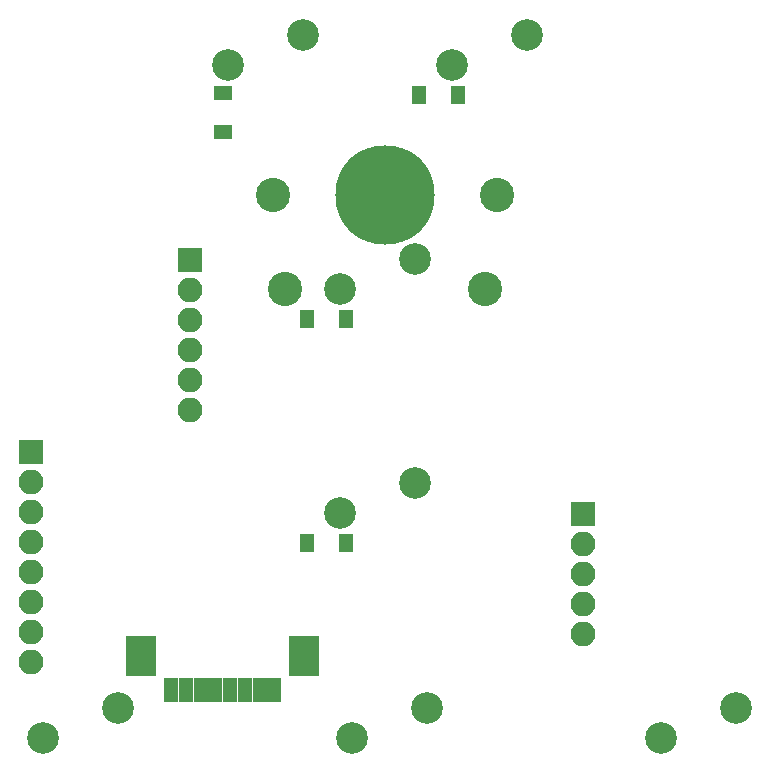
<source format=gbs>
G04 #@! TF.FileFunction,Soldermask,Bot*
%FSLAX46Y46*%
G04 Gerber Fmt 4.6, Leading zero omitted, Abs format (unit mm)*
G04 Created by KiCad (PCBNEW 4.0.5) date Sun Feb 26 14:27:26 2017*
%MOMM*%
%LPD*%
G01*
G04 APERTURE LIST*
%ADD10C,0.100000*%
%ADD11R,1.200000X2.100000*%
%ADD12R,2.600000X3.500000*%
%ADD13R,1.600000X1.300000*%
%ADD14R,1.300000X1.600000*%
%ADD15R,2.100000X2.100000*%
%ADD16O,2.100000X2.100000*%
%ADD17C,2.686000*%
%ADD18C,2.900000*%
%ADD19C,8.400000*%
G04 APERTURE END LIST*
D10*
D11*
X119875000Y-93450000D03*
X121125000Y-93450000D03*
X122375000Y-93450000D03*
X123625000Y-93450000D03*
X124875000Y-93450000D03*
X126125000Y-93450000D03*
X127375000Y-93450000D03*
X128625000Y-93450000D03*
D12*
X117375000Y-90550000D03*
X131125000Y-90550000D03*
D13*
X124250000Y-46150000D03*
X124250000Y-42850000D03*
D14*
X140850000Y-43000000D03*
X144150000Y-43000000D03*
X131350000Y-62000000D03*
X134650000Y-62000000D03*
X131350000Y-81000000D03*
X134650000Y-81000000D03*
D15*
X108000000Y-73250000D03*
D16*
X108000000Y-75790000D03*
X108000000Y-78330000D03*
X108000000Y-80870000D03*
X108000000Y-83410000D03*
X108000000Y-85950000D03*
X108000000Y-88490000D03*
X108000000Y-91030000D03*
D15*
X121500000Y-57000000D03*
D16*
X121500000Y-59540000D03*
X121500000Y-62080000D03*
X121500000Y-64620000D03*
X121500000Y-67160000D03*
X121500000Y-69700000D03*
D15*
X154750000Y-78500000D03*
D16*
X154750000Y-81040000D03*
X154750000Y-83580000D03*
X154750000Y-86120000D03*
X154750000Y-88660000D03*
D17*
X140540000Y-56920000D03*
X134190000Y-59460000D03*
X150040000Y-37920000D03*
X143690000Y-40460000D03*
X131040000Y-37920000D03*
X124690000Y-40460000D03*
X141540000Y-94920000D03*
X135190000Y-97460000D03*
X167690000Y-94920000D03*
X161340000Y-97460000D03*
X115390000Y-94920000D03*
X109040000Y-97460000D03*
X140540000Y-75920000D03*
X134190000Y-78460000D03*
D18*
X129500000Y-59500000D03*
X146500000Y-59500000D03*
X147500000Y-51500000D03*
D19*
X138000000Y-51500000D03*
D18*
X128500000Y-51500000D03*
M02*

</source>
